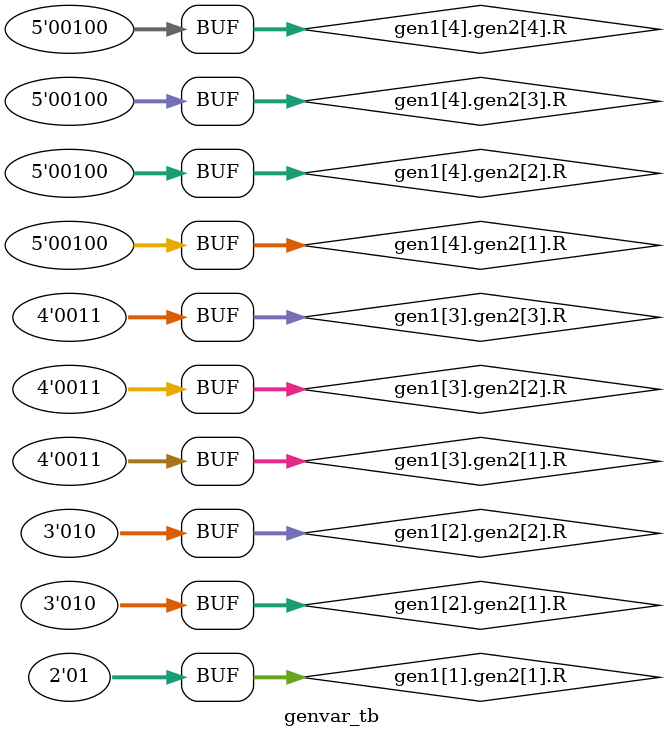
<source format=v>
module genvar_tb();
generate
  genvar i;
  for (i = 0; i < 5; i = i + 1)
    begin : gen1
      genvar j;
      for (j = i; j >= 1; j = j - 1)
        begin : gen2
          reg [0:i] R;
          initial
            begin
              R = i;
              $display("%m", R);
            end
        end
    end
endgenerate
endmodule
</source>
